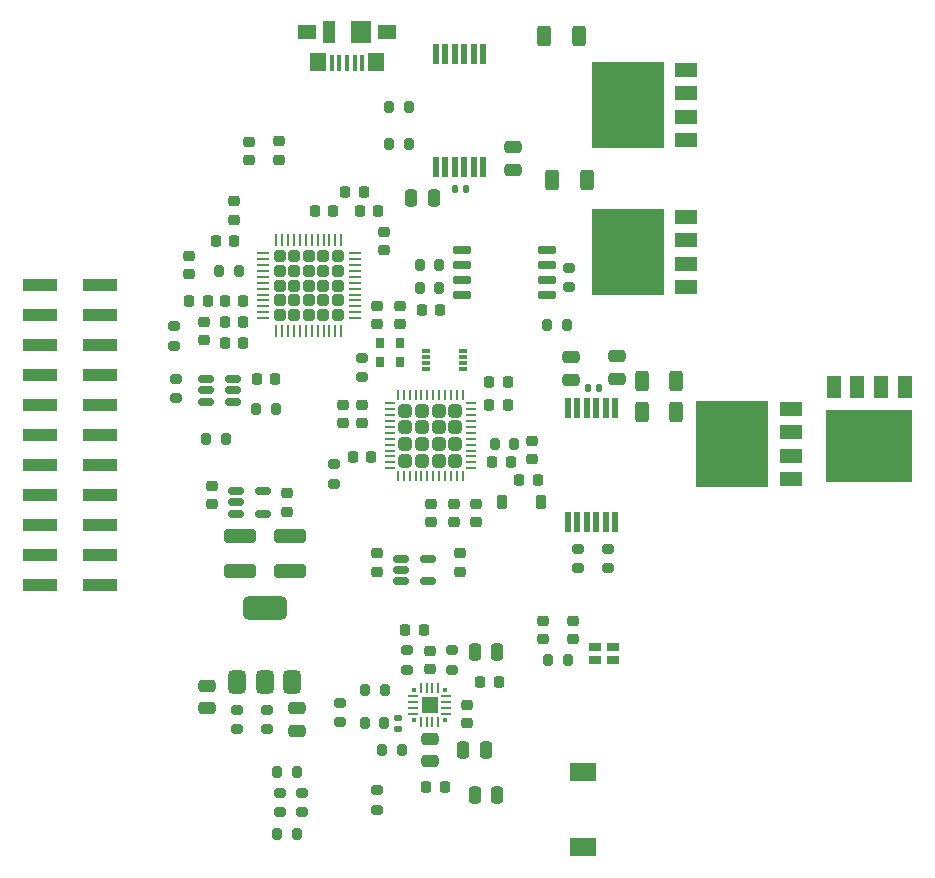
<source format=gbr>
%TF.GenerationSoftware,KiCad,Pcbnew,7.0.10-7.0.10~ubuntu22.04.1*%
%TF.CreationDate,2024-07-10T20:13:23-04:00*%
%TF.ProjectId,IcePSMNR55,49636550-534d-44e5-9235-352e6b696361,rev?*%
%TF.SameCoordinates,Original*%
%TF.FileFunction,Paste,Top*%
%TF.FilePolarity,Positive*%
%FSLAX46Y46*%
G04 Gerber Fmt 4.6, Leading zero omitted, Abs format (unit mm)*
G04 Created by KiCad (PCBNEW 7.0.10-7.0.10~ubuntu22.04.1) date 2024-07-10 20:13:23*
%MOMM*%
%LPD*%
G01*
G04 APERTURE LIST*
G04 Aperture macros list*
%AMRoundRect*
0 Rectangle with rounded corners*
0 $1 Rounding radius*
0 $2 $3 $4 $5 $6 $7 $8 $9 X,Y pos of 4 corners*
0 Add a 4 corners polygon primitive as box body*
4,1,4,$2,$3,$4,$5,$6,$7,$8,$9,$2,$3,0*
0 Add four circle primitives for the rounded corners*
1,1,$1+$1,$2,$3*
1,1,$1+$1,$4,$5*
1,1,$1+$1,$6,$7*
1,1,$1+$1,$8,$9*
0 Add four rect primitives between the rounded corners*
20,1,$1+$1,$2,$3,$4,$5,0*
20,1,$1+$1,$4,$5,$6,$7,0*
20,1,$1+$1,$6,$7,$8,$9,0*
20,1,$1+$1,$8,$9,$2,$3,0*%
G04 Aperture macros list end*
%ADD10RoundRect,0.200000X-0.200000X-0.275000X0.200000X-0.275000X0.200000X0.275000X-0.200000X0.275000X0*%
%ADD11RoundRect,0.250000X-0.315000X-0.315000X0.315000X-0.315000X0.315000X0.315000X-0.315000X0.315000X0*%
%ADD12RoundRect,0.062500X-0.375000X-0.062500X0.375000X-0.062500X0.375000X0.062500X-0.375000X0.062500X0*%
%ADD13RoundRect,0.062500X-0.062500X-0.375000X0.062500X-0.375000X0.062500X0.375000X-0.062500X0.375000X0*%
%ADD14RoundRect,0.225000X-0.250000X0.225000X-0.250000X-0.225000X0.250000X-0.225000X0.250000X0.225000X0*%
%ADD15RoundRect,0.200000X0.200000X0.275000X-0.200000X0.275000X-0.200000X-0.275000X0.200000X-0.275000X0*%
%ADD16RoundRect,0.250000X-0.475000X0.250000X-0.475000X-0.250000X0.475000X-0.250000X0.475000X0.250000X0*%
%ADD17RoundRect,0.225000X0.250000X-0.225000X0.250000X0.225000X-0.250000X0.225000X-0.250000X-0.225000X0*%
%ADD18RoundRect,0.150000X-0.512500X-0.150000X0.512500X-0.150000X0.512500X0.150000X-0.512500X0.150000X0*%
%ADD19RoundRect,0.218750X-0.218750X-0.256250X0.218750X-0.256250X0.218750X0.256250X-0.218750X0.256250X0*%
%ADD20R,3.000000X1.000000*%
%ADD21RoundRect,0.250000X1.100000X-0.325000X1.100000X0.325000X-1.100000X0.325000X-1.100000X-0.325000X0*%
%ADD22RoundRect,0.250000X-0.312500X-0.625000X0.312500X-0.625000X0.312500X0.625000X-0.312500X0.625000X0*%
%ADD23RoundRect,0.200000X0.275000X-0.200000X0.275000X0.200000X-0.275000X0.200000X-0.275000X-0.200000X0*%
%ADD24RoundRect,0.218750X0.256250X-0.218750X0.256250X0.218750X-0.256250X0.218750X-0.256250X-0.218750X0*%
%ADD25RoundRect,0.140000X0.170000X-0.140000X0.170000X0.140000X-0.170000X0.140000X-0.170000X-0.140000X0*%
%ADD26RoundRect,0.250000X0.475000X-0.250000X0.475000X0.250000X-0.475000X0.250000X-0.475000X-0.250000X0*%
%ADD27RoundRect,0.225000X-0.225000X-0.250000X0.225000X-0.250000X0.225000X0.250000X-0.225000X0.250000X0*%
%ADD28R,0.800000X0.300000*%
%ADD29RoundRect,0.250000X-0.250000X-0.475000X0.250000X-0.475000X0.250000X0.475000X-0.250000X0.475000X0*%
%ADD30RoundRect,0.250000X-0.250000X-0.250000X0.250000X-0.250000X0.250000X0.250000X-0.250000X0.250000X0*%
%ADD31RoundRect,0.062500X-0.412500X-0.062500X0.412500X-0.062500X0.412500X0.062500X-0.412500X0.062500X0*%
%ADD32RoundRect,0.062500X-0.062500X-0.412500X0.062500X-0.412500X0.062500X0.412500X-0.062500X0.412500X0*%
%ADD33R,1.000000X0.800000*%
%ADD34RoundRect,0.225000X0.225000X0.250000X-0.225000X0.250000X-0.225000X-0.250000X0.225000X-0.250000X0*%
%ADD35R,1.143000X1.828800*%
%ADD36R,7.391400X6.121400*%
%ADD37R,0.600000X1.750000*%
%ADD38RoundRect,0.200000X-0.275000X0.200000X-0.275000X-0.200000X0.275000X-0.200000X0.275000X0.200000X0*%
%ADD39R,1.828800X1.143000*%
%ADD40R,6.121400X7.391400*%
%ADD41RoundRect,0.140000X-0.140000X-0.170000X0.140000X-0.170000X0.140000X0.170000X-0.140000X0.170000X0*%
%ADD42RoundRect,0.225000X-0.225000X-0.375000X0.225000X-0.375000X0.225000X0.375000X-0.225000X0.375000X0*%
%ADD43RoundRect,0.057150X0.349250X-0.057150X0.349250X0.057150X-0.349250X0.057150X-0.349250X-0.057150X0*%
%ADD44R,0.812800X0.228600*%
%ADD45RoundRect,0.057150X-0.057150X-0.349250X0.057150X-0.349250X0.057150X0.349250X-0.057150X0.349250X0*%
%ADD46R,0.228600X0.812800*%
%ADD47R,1.422400X1.422400*%
%ADD48R,0.381000X0.381000*%
%ADD49RoundRect,0.150000X0.650000X0.150000X-0.650000X0.150000X-0.650000X-0.150000X0.650000X-0.150000X0*%
%ADD50RoundRect,0.140000X0.140000X0.170000X-0.140000X0.170000X-0.140000X-0.170000X0.140000X-0.170000X0*%
%ADD51R,0.650000X0.850000*%
%ADD52R,0.450000X1.380000*%
%ADD53R,1.650000X1.300000*%
%ADD54R,1.425000X1.550000*%
%ADD55R,1.800000X1.900000*%
%ADD56R,1.000000X1.900000*%
%ADD57R,2.286000X1.624000*%
%ADD58RoundRect,0.375000X0.375000X-0.625000X0.375000X0.625000X-0.375000X0.625000X-0.375000X-0.625000X0*%
%ADD59RoundRect,0.500000X1.400000X-0.500000X1.400000X0.500000X-1.400000X0.500000X-1.400000X-0.500000X0*%
G04 APERTURE END LIST*
D10*
%TO.C,R9*%
X56012500Y-70200000D03*
X57662500Y-70200000D03*
%TD*%
D11*
%TO.C,U1*%
X72895000Y-67815000D03*
X72895000Y-69215000D03*
X72895000Y-70615000D03*
X72895000Y-72015000D03*
X74295000Y-67815000D03*
X74295000Y-69215000D03*
X74295000Y-70615000D03*
X74295000Y-72015000D03*
X75695000Y-67815000D03*
X75695000Y-69215000D03*
X75695000Y-70615000D03*
X75695000Y-72015000D03*
X77095000Y-67815000D03*
X77095000Y-69215000D03*
X77095000Y-70615000D03*
X77095000Y-72015000D03*
D12*
X71557500Y-67165000D03*
X71557500Y-67665000D03*
X71557500Y-68165000D03*
X71557500Y-68665000D03*
X71557500Y-69165000D03*
X71557500Y-69665000D03*
X71557500Y-70165000D03*
X71557500Y-70665000D03*
X71557500Y-71165000D03*
X71557500Y-71665000D03*
X71557500Y-72165000D03*
X71557500Y-72665000D03*
D13*
X72245000Y-73352500D03*
X72745000Y-73352500D03*
X73245000Y-73352500D03*
X73745000Y-73352500D03*
X74245000Y-73352500D03*
X74745000Y-73352500D03*
X75245000Y-73352500D03*
X75745000Y-73352500D03*
X76245000Y-73352500D03*
X76745000Y-73352500D03*
X77245000Y-73352500D03*
X77745000Y-73352500D03*
D12*
X78432500Y-72665000D03*
X78432500Y-72165000D03*
X78432500Y-71665000D03*
X78432500Y-71165000D03*
X78432500Y-70665000D03*
X78432500Y-70165000D03*
X78432500Y-69665000D03*
X78432500Y-69165000D03*
X78432500Y-68665000D03*
X78432500Y-68165000D03*
X78432500Y-67665000D03*
X78432500Y-67165000D03*
D13*
X77745000Y-66477500D03*
X77245000Y-66477500D03*
X76745000Y-66477500D03*
X76245000Y-66477500D03*
X75745000Y-66477500D03*
X75245000Y-66477500D03*
X74745000Y-66477500D03*
X74245000Y-66477500D03*
X73745000Y-66477500D03*
X73245000Y-66477500D03*
X72745000Y-66477500D03*
X72245000Y-66477500D03*
%TD*%
D14*
%TO.C,C4*%
X75057000Y-75666000D03*
X75057000Y-77216000D03*
%TD*%
D15*
%TO.C,R6*%
X58770000Y-55940000D03*
X57120000Y-55940000D03*
%TD*%
D16*
%TO.C,C21*%
X86893900Y-63277500D03*
X86893900Y-65177500D03*
%TD*%
D15*
%TO.C,R27*%
X71105000Y-94240000D03*
X69455000Y-94240000D03*
%TD*%
D17*
%TO.C,C34*%
X70485000Y-81420000D03*
X70485000Y-79870000D03*
%TD*%
D18*
%TO.C,U7*%
X72522500Y-80330000D03*
X72522500Y-81280000D03*
X72522500Y-82230000D03*
X74797500Y-82230000D03*
X74797500Y-80330000D03*
%TD*%
D19*
%TO.C,FB2*%
X54580000Y-58480000D03*
X56155000Y-58480000D03*
%TD*%
D20*
%TO.C,J2*%
X46990000Y-57150000D03*
X41950000Y-57150000D03*
X46990000Y-59690000D03*
X41950000Y-59690000D03*
X46990000Y-62230000D03*
X41950000Y-62230000D03*
X46990000Y-64770000D03*
X41950000Y-64770000D03*
X46990000Y-67310000D03*
X41950000Y-67310000D03*
X46990000Y-69850000D03*
X41950000Y-69850000D03*
X46990000Y-72390000D03*
X41950000Y-72390000D03*
X46990000Y-74930000D03*
X41950000Y-74930000D03*
X46990000Y-77470000D03*
X41950000Y-77470000D03*
X46990000Y-80010000D03*
X41950000Y-80010000D03*
X46990000Y-82550000D03*
X41950000Y-82550000D03*
%TD*%
D10*
%TO.C,R16*%
X84976200Y-88900000D03*
X86626200Y-88900000D03*
%TD*%
D21*
%TO.C,C37*%
X58885000Y-81355000D03*
X58885000Y-78405000D03*
%TD*%
D22*
%TO.C,R10*%
X92898500Y-65278000D03*
X95823500Y-65278000D03*
%TD*%
D23*
%TO.C,R12*%
X53502500Y-66740000D03*
X53502500Y-65090000D03*
%TD*%
D17*
%TO.C,C8*%
X71090000Y-54175000D03*
X71090000Y-52625000D03*
%TD*%
D24*
%TO.C,FB1*%
X58390000Y-51647500D03*
X58390000Y-50072500D03*
%TD*%
D25*
%TO.C,C47*%
X72290000Y-94760000D03*
X72290000Y-93800000D03*
%TD*%
D26*
%TO.C,C29*%
X90805000Y-65085000D03*
X90805000Y-63185000D03*
%TD*%
D27*
%TO.C,C46*%
X74650000Y-99695000D03*
X76200000Y-99695000D03*
%TD*%
D14*
%TO.C,C31*%
X62865000Y-74790000D03*
X62865000Y-76340000D03*
%TD*%
D15*
%TO.C,R24*%
X72580000Y-96520000D03*
X70930000Y-96520000D03*
%TD*%
D28*
%TO.C,U4*%
X74650000Y-62750000D03*
X74650000Y-63250000D03*
X74650000Y-63750000D03*
X74650000Y-64250000D03*
X77750000Y-64250000D03*
X77750000Y-63750000D03*
X77750000Y-63250000D03*
X77750000Y-62750000D03*
%TD*%
D26*
%TO.C,C40*%
X56120000Y-93000000D03*
X56120000Y-91100000D03*
%TD*%
D29*
%TO.C,C41*%
X78740000Y-88265000D03*
X80640000Y-88265000D03*
%TD*%
D27*
%TO.C,C7*%
X67805000Y-49276000D03*
X69355000Y-49276000D03*
%TD*%
D30*
%TO.C,U2*%
X62230000Y-54730000D03*
X62230000Y-55970000D03*
X62230000Y-57210000D03*
X62230000Y-58450000D03*
X62230000Y-59690000D03*
X63470000Y-54730000D03*
X63470000Y-55970000D03*
X63470000Y-57210000D03*
X63470000Y-58450000D03*
X63470000Y-59690000D03*
X64710000Y-54730000D03*
X64710000Y-55970000D03*
X64710000Y-57210000D03*
X64710000Y-58450000D03*
X64710000Y-59690000D03*
X65950000Y-54730000D03*
X65950000Y-55970000D03*
X65950000Y-57210000D03*
X65950000Y-58450000D03*
X65950000Y-59690000D03*
X67190000Y-54730000D03*
X67190000Y-55970000D03*
X67190000Y-57210000D03*
X67190000Y-58450000D03*
X67190000Y-59690000D03*
D31*
X60835000Y-54460000D03*
X60835000Y-54960000D03*
X60835000Y-55460000D03*
X60835000Y-55960000D03*
X60835000Y-56460000D03*
X60835000Y-56960000D03*
X60835000Y-57460000D03*
X60835000Y-57960000D03*
X60835000Y-58460000D03*
X60835000Y-58960000D03*
X60835000Y-59460000D03*
X60835000Y-59960000D03*
D32*
X61960000Y-61085000D03*
X62460000Y-61085000D03*
X62960000Y-61085000D03*
X63460000Y-61085000D03*
X63960000Y-61085000D03*
X64460000Y-61085000D03*
X64960000Y-61085000D03*
X65460000Y-61085000D03*
X65960000Y-61085000D03*
X66460000Y-61085000D03*
X66960000Y-61085000D03*
X67460000Y-61085000D03*
D31*
X68585000Y-59960000D03*
X68585000Y-59460000D03*
X68585000Y-58960000D03*
X68585000Y-58460000D03*
X68585000Y-57960000D03*
X68585000Y-57460000D03*
X68585000Y-56960000D03*
X68585000Y-56460000D03*
X68585000Y-55960000D03*
X68585000Y-55460000D03*
X68585000Y-54960000D03*
X68585000Y-54460000D03*
D32*
X67460000Y-53335000D03*
X66960000Y-53335000D03*
X66460000Y-53335000D03*
X65960000Y-53335000D03*
X65460000Y-53335000D03*
X64960000Y-53335000D03*
X64460000Y-53335000D03*
X63960000Y-53335000D03*
X63460000Y-53335000D03*
X62960000Y-53335000D03*
X62460000Y-53335000D03*
X61960000Y-53335000D03*
%TD*%
D17*
%TO.C,C51*%
X74930000Y-89675000D03*
X74930000Y-88125000D03*
%TD*%
D10*
%TO.C,R26*%
X84900000Y-60579000D03*
X86550000Y-60579000D03*
%TD*%
D18*
%TO.C,U6*%
X58552500Y-74615000D03*
X58552500Y-75565000D03*
X58552500Y-76515000D03*
X60827500Y-76515000D03*
X60827500Y-74615000D03*
%TD*%
D23*
%TO.C,R13*%
X90068900Y-81117500D03*
X90068900Y-79467500D03*
%TD*%
%TO.C,R7*%
X53310000Y-62290000D03*
X53310000Y-60640000D03*
%TD*%
D33*
%TO.C,D2*%
X88976200Y-87800000D03*
X90476200Y-87800000D03*
X90476200Y-88900000D03*
X88976200Y-88900000D03*
%TD*%
D29*
%TO.C,C44*%
X77790000Y-96520000D03*
X79690000Y-96520000D03*
%TD*%
D15*
%TO.C,R21*%
X75755000Y-55499000D03*
X74105000Y-55499000D03*
%TD*%
D34*
%TO.C,C18*%
X66785000Y-50860000D03*
X65235000Y-50860000D03*
%TD*%
D17*
%TO.C,C15*%
X69240400Y-68847000D03*
X69240400Y-67297000D03*
%TD*%
%TO.C,C35*%
X87071200Y-87135000D03*
X87071200Y-85585000D03*
%TD*%
D23*
%TO.C,R35*%
X64135000Y-101790000D03*
X64135000Y-100140000D03*
%TD*%
D35*
%TO.C,Q3*%
X115156998Y-65811400D03*
X113156997Y-65811400D03*
X111156998Y-65811400D03*
X109156997Y-65811400D03*
D36*
X112156999Y-70802500D03*
%TD*%
D15*
%TO.C,R23*%
X71120000Y-91440000D03*
X69470000Y-91440000D03*
%TD*%
D37*
%TO.C,IC2*%
X86646000Y-77190000D03*
X87446000Y-77190000D03*
X88246000Y-77190000D03*
X89046000Y-77190000D03*
X89846000Y-77190000D03*
X90646000Y-77190000D03*
X90646000Y-67590000D03*
X89846000Y-67590000D03*
X89046000Y-67590000D03*
X88246000Y-67590000D03*
X87446000Y-67590000D03*
X86646000Y-67590000D03*
%TD*%
D38*
%TO.C,R19*%
X58660000Y-93130000D03*
X58660000Y-94780000D03*
%TD*%
D17*
%TO.C,C43*%
X78105000Y-94260000D03*
X78105000Y-92710000D03*
%TD*%
D38*
%TO.C,R29*%
X67310000Y-92520000D03*
X67310000Y-94170000D03*
%TD*%
D39*
%TO.C,Q1*%
X96685100Y-57355999D03*
X96685100Y-55355998D03*
X96685100Y-53355999D03*
X96685100Y-51355998D03*
D40*
X91694000Y-54356000D03*
%TD*%
D41*
%TO.C,C22*%
X88318900Y-65878500D03*
X89278900Y-65878500D03*
%TD*%
D24*
%TO.C,FB3*%
X62200000Y-46567500D03*
X62200000Y-44992500D03*
%TD*%
D42*
%TO.C,D1*%
X81030000Y-75565000D03*
X84330000Y-75565000D03*
%TD*%
D16*
%TO.C,C13*%
X81985000Y-45507200D03*
X81985000Y-47407200D03*
%TD*%
D34*
%TO.C,C49*%
X75845000Y-59309000D03*
X74295000Y-59309000D03*
%TD*%
D27*
%TO.C,C42*%
X79235000Y-90805000D03*
X80785000Y-90805000D03*
%TD*%
D34*
%TO.C,C10*%
X59165000Y-62036000D03*
X57615000Y-62036000D03*
%TD*%
D27*
%TO.C,C23*%
X60317500Y-65120000D03*
X61867500Y-65120000D03*
%TD*%
D17*
%TO.C,C16*%
X67564000Y-68847000D03*
X67564000Y-67297000D03*
%TD*%
D10*
%TO.C,R8*%
X60267500Y-67660000D03*
X61917500Y-67660000D03*
%TD*%
D23*
%TO.C,R28*%
X73025000Y-89725000D03*
X73025000Y-88075000D03*
%TD*%
D39*
%TO.C,Q4*%
X105537000Y-73611999D03*
X105537000Y-71611998D03*
X105537000Y-69611999D03*
X105537000Y-67611998D03*
D40*
X100545900Y-70612000D03*
%TD*%
D23*
%TO.C,R34*%
X62230000Y-101790000D03*
X62230000Y-100140000D03*
%TD*%
%TO.C,R11*%
X87528900Y-81117500D03*
X87528900Y-79467500D03*
%TD*%
D39*
%TO.C,Q2*%
X96685100Y-44909999D03*
X96685100Y-42909998D03*
X96685100Y-40909999D03*
X96685100Y-38909998D03*
D40*
X91694000Y-41910000D03*
%TD*%
D34*
%TO.C,C27*%
X84090000Y-73660000D03*
X82540000Y-73660000D03*
%TD*%
D10*
%TO.C,R31*%
X62040000Y-98425000D03*
X63690000Y-98425000D03*
%TD*%
D23*
%TO.C,R22*%
X86741000Y-57352200D03*
X86741000Y-55702200D03*
%TD*%
D27*
%TO.C,C19*%
X69045000Y-50860000D03*
X70595000Y-50860000D03*
%TD*%
D14*
%TO.C,C3*%
X76962000Y-75666000D03*
X76962000Y-77216000D03*
%TD*%
D17*
%TO.C,C36*%
X70485000Y-60465000D03*
X70485000Y-58915000D03*
%TD*%
D43*
%TO.C,U9*%
X73531600Y-91959999D03*
D44*
X73531600Y-92460000D03*
X73531600Y-92960000D03*
D43*
X73531600Y-93460001D03*
D45*
X74179999Y-94108400D03*
D46*
X74680000Y-94108400D03*
X75180000Y-94108400D03*
D45*
X75680001Y-94108400D03*
D43*
X76328400Y-93460001D03*
D44*
X76328400Y-92960000D03*
X76328400Y-92460000D03*
D43*
X76328400Y-91959999D03*
D45*
X75680001Y-91311600D03*
D46*
X75180000Y-91311600D03*
X74680000Y-91311600D03*
D45*
X74179999Y-91311600D03*
D47*
X74930000Y-92710000D03*
D48*
X73621900Y-91401900D03*
X76238100Y-91401900D03*
X73621900Y-94018100D03*
X76238100Y-94018100D03*
%TD*%
D14*
%TO.C,C2*%
X54580000Y-54670000D03*
X54580000Y-56220000D03*
%TD*%
D49*
%TO.C,U10*%
X84880000Y-58039000D03*
X84880000Y-56769000D03*
X84880000Y-55499000D03*
X84880000Y-54229000D03*
X77680000Y-54229000D03*
X77680000Y-55499000D03*
X77680000Y-56769000D03*
X77680000Y-58039000D03*
%TD*%
D24*
%TO.C,D3*%
X84531200Y-87147500D03*
X84531200Y-85572500D03*
%TD*%
D38*
%TO.C,R18*%
X61200000Y-93130000D03*
X61200000Y-94780000D03*
%TD*%
D50*
%TO.C,C14*%
X78020000Y-48997200D03*
X77060000Y-48997200D03*
%TD*%
D16*
%TO.C,C39*%
X63740000Y-93005000D03*
X63740000Y-94905000D03*
%TD*%
D14*
%TO.C,C28*%
X78867000Y-75666000D03*
X78867000Y-77216000D03*
%TD*%
D34*
%TO.C,C9*%
X59165000Y-60258000D03*
X57615000Y-60258000D03*
%TD*%
D10*
%TO.C,R36*%
X62040000Y-103639000D03*
X63690000Y-103639000D03*
%TD*%
D29*
%TO.C,C48*%
X78740000Y-100330000D03*
X80640000Y-100330000D03*
%TD*%
D51*
%TO.C,U5*%
X70740000Y-63640000D03*
X72390000Y-63640000D03*
X72390000Y-62090000D03*
X70740000Y-62090000D03*
%TD*%
D17*
%TO.C,C33*%
X56515000Y-75705000D03*
X56515000Y-74155000D03*
%TD*%
D34*
%TO.C,C1*%
X58390000Y-53400000D03*
X56840000Y-53400000D03*
%TD*%
D17*
%TO.C,C30*%
X72390000Y-60465000D03*
X72390000Y-58915000D03*
%TD*%
D10*
%TO.C,R3*%
X71526400Y-42062400D03*
X73176400Y-42062400D03*
%TD*%
%TO.C,R4*%
X71526400Y-45237400D03*
X73176400Y-45237400D03*
%TD*%
D34*
%TO.C,C26*%
X69993000Y-71745000D03*
X68443000Y-71745000D03*
%TD*%
D17*
%TO.C,C32*%
X77470000Y-81420000D03*
X77470000Y-79870000D03*
%TD*%
D34*
%TO.C,C11*%
X59165000Y-58480000D03*
X57615000Y-58480000D03*
%TD*%
D52*
%TO.C,J1*%
X69245000Y-38356600D03*
X68595000Y-38356600D03*
X67945000Y-38356600D03*
X67295000Y-38356600D03*
X66645000Y-38356600D03*
D53*
X71320000Y-35696600D03*
D54*
X70432500Y-38271600D03*
D55*
X69095000Y-35696600D03*
D56*
X66395000Y-35696600D03*
D54*
X65457500Y-38271600D03*
D53*
X64570000Y-35696600D03*
%TD*%
D37*
%TO.C,IC1*%
X79470000Y-37567200D03*
X78670000Y-37567200D03*
X77870000Y-37567200D03*
X77070000Y-37567200D03*
X76270000Y-37567200D03*
X75470000Y-37567200D03*
X75470000Y-47167200D03*
X76270000Y-47167200D03*
X77070000Y-47167200D03*
X77870000Y-47167200D03*
X78670000Y-47167200D03*
X79470000Y-47167200D03*
%TD*%
D14*
%TO.C,C25*%
X83566000Y-70345000D03*
X83566000Y-71895000D03*
%TD*%
D27*
%TO.C,C6*%
X80000000Y-65405000D03*
X81550000Y-65405000D03*
%TD*%
D22*
%TO.C,R2*%
X85303900Y-48285400D03*
X88228900Y-48285400D03*
%TD*%
D27*
%TO.C,C24*%
X80251000Y-72136000D03*
X81801000Y-72136000D03*
%TD*%
D18*
%TO.C,U3*%
X56012500Y-65120000D03*
X56012500Y-66070000D03*
X56012500Y-67020000D03*
X58287500Y-67020000D03*
X58287500Y-66070000D03*
X58287500Y-65120000D03*
%TD*%
D23*
%TO.C,R1*%
X66805000Y-73980000D03*
X66805000Y-72330000D03*
%TD*%
D15*
%TO.C,R14*%
X82105000Y-70612000D03*
X80455000Y-70612000D03*
%TD*%
D14*
%TO.C,C12*%
X55850000Y-60245000D03*
X55850000Y-61795000D03*
%TD*%
D27*
%TO.C,C50*%
X72885000Y-86360000D03*
X74435000Y-86360000D03*
%TD*%
D22*
%TO.C,R5*%
X84643500Y-36068000D03*
X87568500Y-36068000D03*
%TD*%
D16*
%TO.C,C45*%
X74930000Y-95570000D03*
X74930000Y-97470000D03*
%TD*%
D27*
%TO.C,C5*%
X80000000Y-67310000D03*
X81550000Y-67310000D03*
%TD*%
D23*
%TO.C,R17*%
X69215000Y-64960000D03*
X69215000Y-63310000D03*
%TD*%
D38*
%TO.C,R30*%
X70485000Y-99950000D03*
X70485000Y-101600000D03*
%TD*%
D15*
%TO.C,R25*%
X75755000Y-57404000D03*
X74105000Y-57404000D03*
%TD*%
D57*
%TO.C,L1*%
X87884000Y-98425000D03*
X87884000Y-104775000D03*
%TD*%
D17*
%TO.C,C17*%
X59660000Y-46555000D03*
X59660000Y-45005000D03*
%TD*%
D58*
%TO.C,U8*%
X58660000Y-90780000D03*
X60960000Y-90780000D03*
D59*
X60960000Y-84480000D03*
D58*
X63260000Y-90780000D03*
%TD*%
D38*
%TO.C,R20*%
X76835000Y-88075000D03*
X76835000Y-89725000D03*
%TD*%
D22*
%TO.C,R15*%
X92898500Y-67945000D03*
X95823500Y-67945000D03*
%TD*%
D21*
%TO.C,C38*%
X63135000Y-81355000D03*
X63135000Y-78405000D03*
%TD*%
D29*
%TO.C,C20*%
X73370400Y-49784000D03*
X75270400Y-49784000D03*
%TD*%
M02*

</source>
